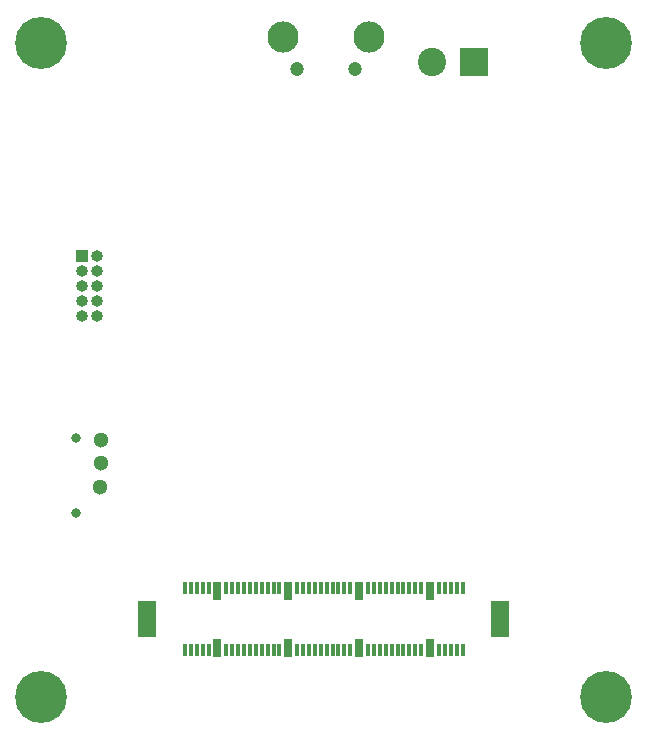
<source format=gbr>
%TF.GenerationSoftware,KiCad,Pcbnew,(5.1.10)-1*%
%TF.CreationDate,2021-09-19T12:36:10+02:00*%
%TF.ProjectId,stm32f446re_carrier_board,73746d33-3266-4343-9436-72655f636172,rev?*%
%TF.SameCoordinates,Original*%
%TF.FileFunction,Soldermask,Bot*%
%TF.FilePolarity,Negative*%
%FSLAX46Y46*%
G04 Gerber Fmt 4.6, Leading zero omitted, Abs format (unit mm)*
G04 Created by KiCad (PCBNEW (5.1.10)-1) date 2021-09-19 12:36:10*
%MOMM*%
%LPD*%
G01*
G04 APERTURE LIST*
%ADD10C,0.800000*%
%ADD11C,1.300000*%
%ADD12O,1.000000X1.000000*%
%ADD13R,1.000000X1.000000*%
%ADD14C,2.400000*%
%ADD15R,2.400000X2.400000*%
%ADD16C,0.700000*%
%ADD17C,4.400000*%
%ADD18C,2.640000*%
%ADD19C,1.200000*%
%ADD20R,0.300000X1.100000*%
%ADD21R,0.700000X1.500000*%
%ADD22R,1.600000X3.100000*%
G04 APERTURE END LIST*
D10*
%TO.C,SW1*%
X117100000Y-104550000D03*
X117090000Y-98250000D03*
D11*
X119210000Y-100400000D03*
X119210000Y-98400000D03*
X119200000Y-102400000D03*
%TD*%
D12*
%TO.C,J4*%
X118870000Y-87880000D03*
X117600000Y-87880000D03*
X118870000Y-86610000D03*
X117600000Y-86610000D03*
X118870000Y-85340000D03*
X117600000Y-85340000D03*
X118870000Y-84070000D03*
X117600000Y-84070000D03*
X118870000Y-82800000D03*
D13*
X117600000Y-82800000D03*
%TD*%
D14*
%TO.C,J1*%
X147300000Y-66400000D03*
D15*
X150800000Y-66400000D03*
%TD*%
D16*
%TO.C,H4*%
X115366726Y-119033274D03*
X114200000Y-118550000D03*
X113033274Y-119033274D03*
X112550000Y-120200000D03*
X113033274Y-121366726D03*
X114200000Y-121850000D03*
X115366726Y-121366726D03*
X115850000Y-120200000D03*
D17*
X114200000Y-120200000D03*
%TD*%
D16*
%TO.C,H3*%
X163166726Y-119033274D03*
X162000000Y-118550000D03*
X160833274Y-119033274D03*
X160350000Y-120200000D03*
X160833274Y-121366726D03*
X162000000Y-121850000D03*
X163166726Y-121366726D03*
X163650000Y-120200000D03*
D17*
X162000000Y-120200000D03*
%TD*%
D16*
%TO.C,H2*%
X115366726Y-63633274D03*
X114200000Y-63150000D03*
X113033274Y-63633274D03*
X112550000Y-64800000D03*
X113033274Y-65966726D03*
X114200000Y-66450000D03*
X115366726Y-65966726D03*
X115850000Y-64800000D03*
D17*
X114200000Y-64800000D03*
%TD*%
D16*
%TO.C,H1*%
X163166726Y-63633274D03*
X162000000Y-63150000D03*
X160833274Y-63633274D03*
X160350000Y-64800000D03*
X160833274Y-65966726D03*
X162000000Y-66450000D03*
X163166726Y-65966726D03*
X163650000Y-64800000D03*
D17*
X162000000Y-64800000D03*
%TD*%
D18*
%TO.C,J3*%
X134675000Y-64300000D03*
X141925000Y-64300000D03*
D19*
X135875000Y-66980000D03*
X140725000Y-66980000D03*
%TD*%
D20*
%TO.C,J2*%
X126353000Y-110982000D03*
X126353000Y-116182000D03*
X126853000Y-110982000D03*
X126853000Y-116182000D03*
X127353000Y-110982000D03*
X127353000Y-116182000D03*
X127853000Y-110982000D03*
X127853000Y-116182000D03*
X128353000Y-110982000D03*
X128353000Y-116182000D03*
X129853000Y-110982000D03*
X129853000Y-116182000D03*
X130353000Y-110982000D03*
X130353000Y-116182000D03*
X130853000Y-110982000D03*
X130853000Y-116182000D03*
X131353000Y-110982000D03*
X131353000Y-116182000D03*
X131853000Y-110982000D03*
X131853000Y-116182000D03*
X132353000Y-110982000D03*
X132353000Y-116182000D03*
X132853000Y-110982000D03*
X132853000Y-116182000D03*
X133353000Y-110982000D03*
X133353000Y-116182000D03*
X133853000Y-110982000D03*
X133853000Y-116182000D03*
X134353000Y-110982000D03*
X134353000Y-116182000D03*
X135853000Y-110982000D03*
X135853000Y-116182000D03*
X136353000Y-110982000D03*
X136353000Y-116182000D03*
X136853000Y-110982000D03*
X136853000Y-116182000D03*
X137353000Y-110982000D03*
X137353000Y-116182000D03*
X137853000Y-110982000D03*
X137853000Y-116182000D03*
X138353000Y-110982000D03*
X138353000Y-116182000D03*
X138853000Y-110982000D03*
X138853000Y-116182000D03*
X139353000Y-110982000D03*
X139353000Y-116182000D03*
X139853000Y-110982000D03*
X139853000Y-116182000D03*
X140353000Y-110982000D03*
X140353000Y-116182000D03*
X141853000Y-110982000D03*
X141853000Y-116182000D03*
X142353000Y-110982000D03*
X142353000Y-116182000D03*
X142853000Y-110982000D03*
X142853000Y-116182000D03*
X143353000Y-110982000D03*
X143353000Y-116182000D03*
X143853000Y-110982000D03*
X143853000Y-116182000D03*
X144353000Y-110982000D03*
X144353000Y-116182000D03*
X144853000Y-110982000D03*
X144853000Y-116182000D03*
X145353000Y-110982000D03*
X145353000Y-116182000D03*
X145853000Y-110982000D03*
X145853000Y-116182000D03*
X146353000Y-110982000D03*
X146353000Y-116182000D03*
X147853000Y-110982000D03*
X147853000Y-116182000D03*
X148353000Y-110982000D03*
X148353000Y-116182000D03*
X148853000Y-110982000D03*
X148853000Y-116182000D03*
X149353000Y-110982000D03*
X149353000Y-116182000D03*
X149853000Y-110982000D03*
X149853000Y-116182000D03*
D21*
X129103000Y-111182000D03*
X129103000Y-115982000D03*
X135103000Y-111182000D03*
X135103000Y-115982000D03*
X141103000Y-111182000D03*
X141103000Y-115982000D03*
X147103000Y-111182000D03*
X147103000Y-115982000D03*
D22*
X123153000Y-113582000D03*
X153053000Y-113582000D03*
%TD*%
M02*

</source>
